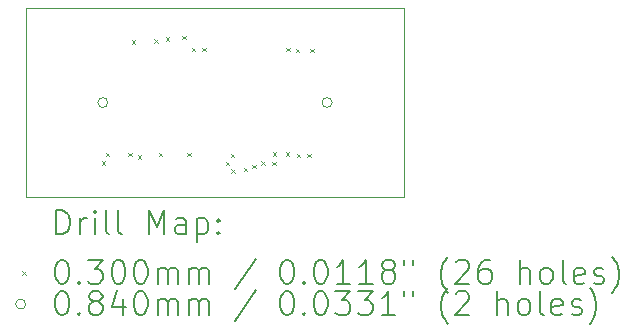
<source format=gbr>
%TF.GenerationSoftware,KiCad,Pcbnew,8.0.2-1*%
%TF.CreationDate,2024-06-17T16:24:41-04:00*%
%TF.ProjectId,InverterBoard,496e7665-7274-4657-9242-6f6172642e6b,rev?*%
%TF.SameCoordinates,Original*%
%TF.FileFunction,Drillmap*%
%TF.FilePolarity,Positive*%
%FSLAX45Y45*%
G04 Gerber Fmt 4.5, Leading zero omitted, Abs format (unit mm)*
G04 Created by KiCad (PCBNEW 8.0.2-1) date 2024-06-17 16:24:41*
%MOMM*%
%LPD*%
G01*
G04 APERTURE LIST*
%ADD10C,0.050000*%
%ADD11C,0.200000*%
%ADD12C,0.100000*%
G04 APERTURE END LIST*
D10*
X11400000Y-6200000D02*
X14600000Y-6200000D01*
X14600000Y-7800000D01*
X11400000Y-7800000D01*
X11400000Y-6200000D01*
D11*
D12*
X12043486Y-7498532D02*
X12073486Y-7528532D01*
X12073486Y-7498532D02*
X12043486Y-7528532D01*
X12075000Y-7425000D02*
X12105000Y-7455000D01*
X12105000Y-7425000D02*
X12075000Y-7455000D01*
X12265000Y-7425000D02*
X12295000Y-7455000D01*
X12295000Y-7425000D02*
X12265000Y-7455000D01*
X12297426Y-6472573D02*
X12327426Y-6502573D01*
X12327426Y-6472573D02*
X12297426Y-6502573D01*
X12345000Y-7445000D02*
X12375000Y-7475000D01*
X12375000Y-7445000D02*
X12345000Y-7475000D01*
X12485711Y-6464289D02*
X12515711Y-6494289D01*
X12515711Y-6464289D02*
X12485711Y-6494289D01*
X12525000Y-7425000D02*
X12555000Y-7455000D01*
X12555000Y-7425000D02*
X12525000Y-7455000D01*
X12585000Y-6445000D02*
X12615000Y-6475000D01*
X12615000Y-6445000D02*
X12585000Y-6475000D01*
X12725000Y-6435000D02*
X12755000Y-6465000D01*
X12755000Y-6435000D02*
X12725000Y-6465000D01*
X12765000Y-7425000D02*
X12795000Y-7455000D01*
X12795000Y-7425000D02*
X12765000Y-7455000D01*
X12805000Y-6535000D02*
X12835000Y-6565000D01*
X12835000Y-6535000D02*
X12805000Y-6565000D01*
X12892247Y-6537394D02*
X12922247Y-6567394D01*
X12922247Y-6537394D02*
X12892247Y-6567394D01*
X13090000Y-7501144D02*
X13120000Y-7531144D01*
X13120000Y-7501144D02*
X13090000Y-7531144D01*
X13135000Y-7435000D02*
X13165000Y-7465000D01*
X13165000Y-7435000D02*
X13135000Y-7465000D01*
X13137522Y-7565500D02*
X13167522Y-7595500D01*
X13167522Y-7565500D02*
X13137522Y-7595500D01*
X13242595Y-7553679D02*
X13272595Y-7583679D01*
X13272595Y-7553679D02*
X13242595Y-7583679D01*
X13317546Y-7525710D02*
X13347546Y-7555710D01*
X13347546Y-7525710D02*
X13317546Y-7555710D01*
X13392076Y-7496635D02*
X13422076Y-7526635D01*
X13422076Y-7496635D02*
X13392076Y-7526635D01*
X13483516Y-7502520D02*
X13513516Y-7532520D01*
X13513516Y-7502520D02*
X13483516Y-7532520D01*
X13487573Y-7422426D02*
X13517573Y-7452426D01*
X13517573Y-7422426D02*
X13487573Y-7452426D01*
X13598332Y-7421668D02*
X13628332Y-7451668D01*
X13628332Y-7421668D02*
X13598332Y-7451668D01*
X13605000Y-6535000D02*
X13635000Y-6565000D01*
X13635000Y-6535000D02*
X13605000Y-6565000D01*
X13685000Y-6545000D02*
X13715000Y-6575000D01*
X13715000Y-6545000D02*
X13685000Y-6575000D01*
X13693476Y-7431960D02*
X13723476Y-7461960D01*
X13723476Y-7431960D02*
X13693476Y-7461960D01*
X13780359Y-7433990D02*
X13810359Y-7463990D01*
X13810359Y-7433990D02*
X13780359Y-7463990D01*
X13805000Y-6545000D02*
X13835000Y-6575000D01*
X13835000Y-6545000D02*
X13805000Y-6575000D01*
X12092500Y-7000000D02*
G75*
G02*
X12008500Y-7000000I-42000J0D01*
G01*
X12008500Y-7000000D02*
G75*
G02*
X12092500Y-7000000I42000J0D01*
G01*
X13991500Y-7000000D02*
G75*
G02*
X13907500Y-7000000I-42000J0D01*
G01*
X13907500Y-7000000D02*
G75*
G02*
X13991500Y-7000000I42000J0D01*
G01*
D11*
X11658277Y-8113984D02*
X11658277Y-7913984D01*
X11658277Y-7913984D02*
X11705896Y-7913984D01*
X11705896Y-7913984D02*
X11734467Y-7923508D01*
X11734467Y-7923508D02*
X11753515Y-7942555D01*
X11753515Y-7942555D02*
X11763039Y-7961603D01*
X11763039Y-7961603D02*
X11772562Y-7999698D01*
X11772562Y-7999698D02*
X11772562Y-8028269D01*
X11772562Y-8028269D02*
X11763039Y-8066365D01*
X11763039Y-8066365D02*
X11753515Y-8085412D01*
X11753515Y-8085412D02*
X11734467Y-8104460D01*
X11734467Y-8104460D02*
X11705896Y-8113984D01*
X11705896Y-8113984D02*
X11658277Y-8113984D01*
X11858277Y-8113984D02*
X11858277Y-7980650D01*
X11858277Y-8018746D02*
X11867801Y-7999698D01*
X11867801Y-7999698D02*
X11877324Y-7990174D01*
X11877324Y-7990174D02*
X11896372Y-7980650D01*
X11896372Y-7980650D02*
X11915420Y-7980650D01*
X11982086Y-8113984D02*
X11982086Y-7980650D01*
X11982086Y-7913984D02*
X11972562Y-7923508D01*
X11972562Y-7923508D02*
X11982086Y-7933031D01*
X11982086Y-7933031D02*
X11991610Y-7923508D01*
X11991610Y-7923508D02*
X11982086Y-7913984D01*
X11982086Y-7913984D02*
X11982086Y-7933031D01*
X12105896Y-8113984D02*
X12086848Y-8104460D01*
X12086848Y-8104460D02*
X12077324Y-8085412D01*
X12077324Y-8085412D02*
X12077324Y-7913984D01*
X12210658Y-8113984D02*
X12191610Y-8104460D01*
X12191610Y-8104460D02*
X12182086Y-8085412D01*
X12182086Y-8085412D02*
X12182086Y-7913984D01*
X12439229Y-8113984D02*
X12439229Y-7913984D01*
X12439229Y-7913984D02*
X12505896Y-8056841D01*
X12505896Y-8056841D02*
X12572562Y-7913984D01*
X12572562Y-7913984D02*
X12572562Y-8113984D01*
X12753515Y-8113984D02*
X12753515Y-8009222D01*
X12753515Y-8009222D02*
X12743991Y-7990174D01*
X12743991Y-7990174D02*
X12724943Y-7980650D01*
X12724943Y-7980650D02*
X12686848Y-7980650D01*
X12686848Y-7980650D02*
X12667801Y-7990174D01*
X12753515Y-8104460D02*
X12734467Y-8113984D01*
X12734467Y-8113984D02*
X12686848Y-8113984D01*
X12686848Y-8113984D02*
X12667801Y-8104460D01*
X12667801Y-8104460D02*
X12658277Y-8085412D01*
X12658277Y-8085412D02*
X12658277Y-8066365D01*
X12658277Y-8066365D02*
X12667801Y-8047317D01*
X12667801Y-8047317D02*
X12686848Y-8037793D01*
X12686848Y-8037793D02*
X12734467Y-8037793D01*
X12734467Y-8037793D02*
X12753515Y-8028269D01*
X12848753Y-7980650D02*
X12848753Y-8180650D01*
X12848753Y-7990174D02*
X12867801Y-7980650D01*
X12867801Y-7980650D02*
X12905896Y-7980650D01*
X12905896Y-7980650D02*
X12924943Y-7990174D01*
X12924943Y-7990174D02*
X12934467Y-7999698D01*
X12934467Y-7999698D02*
X12943991Y-8018746D01*
X12943991Y-8018746D02*
X12943991Y-8075888D01*
X12943991Y-8075888D02*
X12934467Y-8094936D01*
X12934467Y-8094936D02*
X12924943Y-8104460D01*
X12924943Y-8104460D02*
X12905896Y-8113984D01*
X12905896Y-8113984D02*
X12867801Y-8113984D01*
X12867801Y-8113984D02*
X12848753Y-8104460D01*
X13029705Y-8094936D02*
X13039229Y-8104460D01*
X13039229Y-8104460D02*
X13029705Y-8113984D01*
X13029705Y-8113984D02*
X13020182Y-8104460D01*
X13020182Y-8104460D02*
X13029705Y-8094936D01*
X13029705Y-8094936D02*
X13029705Y-8113984D01*
X13029705Y-7990174D02*
X13039229Y-7999698D01*
X13039229Y-7999698D02*
X13029705Y-8009222D01*
X13029705Y-8009222D02*
X13020182Y-7999698D01*
X13020182Y-7999698D02*
X13029705Y-7990174D01*
X13029705Y-7990174D02*
X13029705Y-8009222D01*
D12*
X11367500Y-8427500D02*
X11397500Y-8457500D01*
X11397500Y-8427500D02*
X11367500Y-8457500D01*
D11*
X11696372Y-8333984D02*
X11715420Y-8333984D01*
X11715420Y-8333984D02*
X11734467Y-8343508D01*
X11734467Y-8343508D02*
X11743991Y-8353031D01*
X11743991Y-8353031D02*
X11753515Y-8372079D01*
X11753515Y-8372079D02*
X11763039Y-8410174D01*
X11763039Y-8410174D02*
X11763039Y-8457793D01*
X11763039Y-8457793D02*
X11753515Y-8495889D01*
X11753515Y-8495889D02*
X11743991Y-8514936D01*
X11743991Y-8514936D02*
X11734467Y-8524460D01*
X11734467Y-8524460D02*
X11715420Y-8533984D01*
X11715420Y-8533984D02*
X11696372Y-8533984D01*
X11696372Y-8533984D02*
X11677324Y-8524460D01*
X11677324Y-8524460D02*
X11667801Y-8514936D01*
X11667801Y-8514936D02*
X11658277Y-8495889D01*
X11658277Y-8495889D02*
X11648753Y-8457793D01*
X11648753Y-8457793D02*
X11648753Y-8410174D01*
X11648753Y-8410174D02*
X11658277Y-8372079D01*
X11658277Y-8372079D02*
X11667801Y-8353031D01*
X11667801Y-8353031D02*
X11677324Y-8343508D01*
X11677324Y-8343508D02*
X11696372Y-8333984D01*
X11848753Y-8514936D02*
X11858277Y-8524460D01*
X11858277Y-8524460D02*
X11848753Y-8533984D01*
X11848753Y-8533984D02*
X11839229Y-8524460D01*
X11839229Y-8524460D02*
X11848753Y-8514936D01*
X11848753Y-8514936D02*
X11848753Y-8533984D01*
X11924943Y-8333984D02*
X12048753Y-8333984D01*
X12048753Y-8333984D02*
X11982086Y-8410174D01*
X11982086Y-8410174D02*
X12010658Y-8410174D01*
X12010658Y-8410174D02*
X12029705Y-8419698D01*
X12029705Y-8419698D02*
X12039229Y-8429222D01*
X12039229Y-8429222D02*
X12048753Y-8448270D01*
X12048753Y-8448270D02*
X12048753Y-8495889D01*
X12048753Y-8495889D02*
X12039229Y-8514936D01*
X12039229Y-8514936D02*
X12029705Y-8524460D01*
X12029705Y-8524460D02*
X12010658Y-8533984D01*
X12010658Y-8533984D02*
X11953515Y-8533984D01*
X11953515Y-8533984D02*
X11934467Y-8524460D01*
X11934467Y-8524460D02*
X11924943Y-8514936D01*
X12172562Y-8333984D02*
X12191610Y-8333984D01*
X12191610Y-8333984D02*
X12210658Y-8343508D01*
X12210658Y-8343508D02*
X12220182Y-8353031D01*
X12220182Y-8353031D02*
X12229705Y-8372079D01*
X12229705Y-8372079D02*
X12239229Y-8410174D01*
X12239229Y-8410174D02*
X12239229Y-8457793D01*
X12239229Y-8457793D02*
X12229705Y-8495889D01*
X12229705Y-8495889D02*
X12220182Y-8514936D01*
X12220182Y-8514936D02*
X12210658Y-8524460D01*
X12210658Y-8524460D02*
X12191610Y-8533984D01*
X12191610Y-8533984D02*
X12172562Y-8533984D01*
X12172562Y-8533984D02*
X12153515Y-8524460D01*
X12153515Y-8524460D02*
X12143991Y-8514936D01*
X12143991Y-8514936D02*
X12134467Y-8495889D01*
X12134467Y-8495889D02*
X12124943Y-8457793D01*
X12124943Y-8457793D02*
X12124943Y-8410174D01*
X12124943Y-8410174D02*
X12134467Y-8372079D01*
X12134467Y-8372079D02*
X12143991Y-8353031D01*
X12143991Y-8353031D02*
X12153515Y-8343508D01*
X12153515Y-8343508D02*
X12172562Y-8333984D01*
X12363039Y-8333984D02*
X12382086Y-8333984D01*
X12382086Y-8333984D02*
X12401134Y-8343508D01*
X12401134Y-8343508D02*
X12410658Y-8353031D01*
X12410658Y-8353031D02*
X12420182Y-8372079D01*
X12420182Y-8372079D02*
X12429705Y-8410174D01*
X12429705Y-8410174D02*
X12429705Y-8457793D01*
X12429705Y-8457793D02*
X12420182Y-8495889D01*
X12420182Y-8495889D02*
X12410658Y-8514936D01*
X12410658Y-8514936D02*
X12401134Y-8524460D01*
X12401134Y-8524460D02*
X12382086Y-8533984D01*
X12382086Y-8533984D02*
X12363039Y-8533984D01*
X12363039Y-8533984D02*
X12343991Y-8524460D01*
X12343991Y-8524460D02*
X12334467Y-8514936D01*
X12334467Y-8514936D02*
X12324943Y-8495889D01*
X12324943Y-8495889D02*
X12315420Y-8457793D01*
X12315420Y-8457793D02*
X12315420Y-8410174D01*
X12315420Y-8410174D02*
X12324943Y-8372079D01*
X12324943Y-8372079D02*
X12334467Y-8353031D01*
X12334467Y-8353031D02*
X12343991Y-8343508D01*
X12343991Y-8343508D02*
X12363039Y-8333984D01*
X12515420Y-8533984D02*
X12515420Y-8400650D01*
X12515420Y-8419698D02*
X12524943Y-8410174D01*
X12524943Y-8410174D02*
X12543991Y-8400650D01*
X12543991Y-8400650D02*
X12572563Y-8400650D01*
X12572563Y-8400650D02*
X12591610Y-8410174D01*
X12591610Y-8410174D02*
X12601134Y-8429222D01*
X12601134Y-8429222D02*
X12601134Y-8533984D01*
X12601134Y-8429222D02*
X12610658Y-8410174D01*
X12610658Y-8410174D02*
X12629705Y-8400650D01*
X12629705Y-8400650D02*
X12658277Y-8400650D01*
X12658277Y-8400650D02*
X12677324Y-8410174D01*
X12677324Y-8410174D02*
X12686848Y-8429222D01*
X12686848Y-8429222D02*
X12686848Y-8533984D01*
X12782086Y-8533984D02*
X12782086Y-8400650D01*
X12782086Y-8419698D02*
X12791610Y-8410174D01*
X12791610Y-8410174D02*
X12810658Y-8400650D01*
X12810658Y-8400650D02*
X12839229Y-8400650D01*
X12839229Y-8400650D02*
X12858277Y-8410174D01*
X12858277Y-8410174D02*
X12867801Y-8429222D01*
X12867801Y-8429222D02*
X12867801Y-8533984D01*
X12867801Y-8429222D02*
X12877324Y-8410174D01*
X12877324Y-8410174D02*
X12896372Y-8400650D01*
X12896372Y-8400650D02*
X12924943Y-8400650D01*
X12924943Y-8400650D02*
X12943991Y-8410174D01*
X12943991Y-8410174D02*
X12953515Y-8429222D01*
X12953515Y-8429222D02*
X12953515Y-8533984D01*
X13343991Y-8324460D02*
X13172563Y-8581603D01*
X13601134Y-8333984D02*
X13620182Y-8333984D01*
X13620182Y-8333984D02*
X13639229Y-8343508D01*
X13639229Y-8343508D02*
X13648753Y-8353031D01*
X13648753Y-8353031D02*
X13658277Y-8372079D01*
X13658277Y-8372079D02*
X13667801Y-8410174D01*
X13667801Y-8410174D02*
X13667801Y-8457793D01*
X13667801Y-8457793D02*
X13658277Y-8495889D01*
X13658277Y-8495889D02*
X13648753Y-8514936D01*
X13648753Y-8514936D02*
X13639229Y-8524460D01*
X13639229Y-8524460D02*
X13620182Y-8533984D01*
X13620182Y-8533984D02*
X13601134Y-8533984D01*
X13601134Y-8533984D02*
X13582086Y-8524460D01*
X13582086Y-8524460D02*
X13572563Y-8514936D01*
X13572563Y-8514936D02*
X13563039Y-8495889D01*
X13563039Y-8495889D02*
X13553515Y-8457793D01*
X13553515Y-8457793D02*
X13553515Y-8410174D01*
X13553515Y-8410174D02*
X13563039Y-8372079D01*
X13563039Y-8372079D02*
X13572563Y-8353031D01*
X13572563Y-8353031D02*
X13582086Y-8343508D01*
X13582086Y-8343508D02*
X13601134Y-8333984D01*
X13753515Y-8514936D02*
X13763039Y-8524460D01*
X13763039Y-8524460D02*
X13753515Y-8533984D01*
X13753515Y-8533984D02*
X13743991Y-8524460D01*
X13743991Y-8524460D02*
X13753515Y-8514936D01*
X13753515Y-8514936D02*
X13753515Y-8533984D01*
X13886848Y-8333984D02*
X13905896Y-8333984D01*
X13905896Y-8333984D02*
X13924944Y-8343508D01*
X13924944Y-8343508D02*
X13934467Y-8353031D01*
X13934467Y-8353031D02*
X13943991Y-8372079D01*
X13943991Y-8372079D02*
X13953515Y-8410174D01*
X13953515Y-8410174D02*
X13953515Y-8457793D01*
X13953515Y-8457793D02*
X13943991Y-8495889D01*
X13943991Y-8495889D02*
X13934467Y-8514936D01*
X13934467Y-8514936D02*
X13924944Y-8524460D01*
X13924944Y-8524460D02*
X13905896Y-8533984D01*
X13905896Y-8533984D02*
X13886848Y-8533984D01*
X13886848Y-8533984D02*
X13867801Y-8524460D01*
X13867801Y-8524460D02*
X13858277Y-8514936D01*
X13858277Y-8514936D02*
X13848753Y-8495889D01*
X13848753Y-8495889D02*
X13839229Y-8457793D01*
X13839229Y-8457793D02*
X13839229Y-8410174D01*
X13839229Y-8410174D02*
X13848753Y-8372079D01*
X13848753Y-8372079D02*
X13858277Y-8353031D01*
X13858277Y-8353031D02*
X13867801Y-8343508D01*
X13867801Y-8343508D02*
X13886848Y-8333984D01*
X14143991Y-8533984D02*
X14029706Y-8533984D01*
X14086848Y-8533984D02*
X14086848Y-8333984D01*
X14086848Y-8333984D02*
X14067801Y-8362555D01*
X14067801Y-8362555D02*
X14048753Y-8381603D01*
X14048753Y-8381603D02*
X14029706Y-8391127D01*
X14334467Y-8533984D02*
X14220182Y-8533984D01*
X14277325Y-8533984D02*
X14277325Y-8333984D01*
X14277325Y-8333984D02*
X14258277Y-8362555D01*
X14258277Y-8362555D02*
X14239229Y-8381603D01*
X14239229Y-8381603D02*
X14220182Y-8391127D01*
X14448753Y-8419698D02*
X14429706Y-8410174D01*
X14429706Y-8410174D02*
X14420182Y-8400650D01*
X14420182Y-8400650D02*
X14410658Y-8381603D01*
X14410658Y-8381603D02*
X14410658Y-8372079D01*
X14410658Y-8372079D02*
X14420182Y-8353031D01*
X14420182Y-8353031D02*
X14429706Y-8343508D01*
X14429706Y-8343508D02*
X14448753Y-8333984D01*
X14448753Y-8333984D02*
X14486848Y-8333984D01*
X14486848Y-8333984D02*
X14505896Y-8343508D01*
X14505896Y-8343508D02*
X14515420Y-8353031D01*
X14515420Y-8353031D02*
X14524944Y-8372079D01*
X14524944Y-8372079D02*
X14524944Y-8381603D01*
X14524944Y-8381603D02*
X14515420Y-8400650D01*
X14515420Y-8400650D02*
X14505896Y-8410174D01*
X14505896Y-8410174D02*
X14486848Y-8419698D01*
X14486848Y-8419698D02*
X14448753Y-8419698D01*
X14448753Y-8419698D02*
X14429706Y-8429222D01*
X14429706Y-8429222D02*
X14420182Y-8438746D01*
X14420182Y-8438746D02*
X14410658Y-8457793D01*
X14410658Y-8457793D02*
X14410658Y-8495889D01*
X14410658Y-8495889D02*
X14420182Y-8514936D01*
X14420182Y-8514936D02*
X14429706Y-8524460D01*
X14429706Y-8524460D02*
X14448753Y-8533984D01*
X14448753Y-8533984D02*
X14486848Y-8533984D01*
X14486848Y-8533984D02*
X14505896Y-8524460D01*
X14505896Y-8524460D02*
X14515420Y-8514936D01*
X14515420Y-8514936D02*
X14524944Y-8495889D01*
X14524944Y-8495889D02*
X14524944Y-8457793D01*
X14524944Y-8457793D02*
X14515420Y-8438746D01*
X14515420Y-8438746D02*
X14505896Y-8429222D01*
X14505896Y-8429222D02*
X14486848Y-8419698D01*
X14601134Y-8333984D02*
X14601134Y-8372079D01*
X14677325Y-8333984D02*
X14677325Y-8372079D01*
X14972563Y-8610174D02*
X14963039Y-8600650D01*
X14963039Y-8600650D02*
X14943991Y-8572079D01*
X14943991Y-8572079D02*
X14934468Y-8553031D01*
X14934468Y-8553031D02*
X14924944Y-8524460D01*
X14924944Y-8524460D02*
X14915420Y-8476841D01*
X14915420Y-8476841D02*
X14915420Y-8438746D01*
X14915420Y-8438746D02*
X14924944Y-8391127D01*
X14924944Y-8391127D02*
X14934468Y-8362555D01*
X14934468Y-8362555D02*
X14943991Y-8343508D01*
X14943991Y-8343508D02*
X14963039Y-8314936D01*
X14963039Y-8314936D02*
X14972563Y-8305412D01*
X15039229Y-8353031D02*
X15048753Y-8343508D01*
X15048753Y-8343508D02*
X15067801Y-8333984D01*
X15067801Y-8333984D02*
X15115420Y-8333984D01*
X15115420Y-8333984D02*
X15134468Y-8343508D01*
X15134468Y-8343508D02*
X15143991Y-8353031D01*
X15143991Y-8353031D02*
X15153515Y-8372079D01*
X15153515Y-8372079D02*
X15153515Y-8391127D01*
X15153515Y-8391127D02*
X15143991Y-8419698D01*
X15143991Y-8419698D02*
X15029706Y-8533984D01*
X15029706Y-8533984D02*
X15153515Y-8533984D01*
X15324944Y-8333984D02*
X15286848Y-8333984D01*
X15286848Y-8333984D02*
X15267801Y-8343508D01*
X15267801Y-8343508D02*
X15258277Y-8353031D01*
X15258277Y-8353031D02*
X15239229Y-8381603D01*
X15239229Y-8381603D02*
X15229706Y-8419698D01*
X15229706Y-8419698D02*
X15229706Y-8495889D01*
X15229706Y-8495889D02*
X15239229Y-8514936D01*
X15239229Y-8514936D02*
X15248753Y-8524460D01*
X15248753Y-8524460D02*
X15267801Y-8533984D01*
X15267801Y-8533984D02*
X15305896Y-8533984D01*
X15305896Y-8533984D02*
X15324944Y-8524460D01*
X15324944Y-8524460D02*
X15334468Y-8514936D01*
X15334468Y-8514936D02*
X15343991Y-8495889D01*
X15343991Y-8495889D02*
X15343991Y-8448270D01*
X15343991Y-8448270D02*
X15334468Y-8429222D01*
X15334468Y-8429222D02*
X15324944Y-8419698D01*
X15324944Y-8419698D02*
X15305896Y-8410174D01*
X15305896Y-8410174D02*
X15267801Y-8410174D01*
X15267801Y-8410174D02*
X15248753Y-8419698D01*
X15248753Y-8419698D02*
X15239229Y-8429222D01*
X15239229Y-8429222D02*
X15229706Y-8448270D01*
X15582087Y-8533984D02*
X15582087Y-8333984D01*
X15667801Y-8533984D02*
X15667801Y-8429222D01*
X15667801Y-8429222D02*
X15658277Y-8410174D01*
X15658277Y-8410174D02*
X15639230Y-8400650D01*
X15639230Y-8400650D02*
X15610658Y-8400650D01*
X15610658Y-8400650D02*
X15591610Y-8410174D01*
X15591610Y-8410174D02*
X15582087Y-8419698D01*
X15791610Y-8533984D02*
X15772563Y-8524460D01*
X15772563Y-8524460D02*
X15763039Y-8514936D01*
X15763039Y-8514936D02*
X15753515Y-8495889D01*
X15753515Y-8495889D02*
X15753515Y-8438746D01*
X15753515Y-8438746D02*
X15763039Y-8419698D01*
X15763039Y-8419698D02*
X15772563Y-8410174D01*
X15772563Y-8410174D02*
X15791610Y-8400650D01*
X15791610Y-8400650D02*
X15820182Y-8400650D01*
X15820182Y-8400650D02*
X15839230Y-8410174D01*
X15839230Y-8410174D02*
X15848753Y-8419698D01*
X15848753Y-8419698D02*
X15858277Y-8438746D01*
X15858277Y-8438746D02*
X15858277Y-8495889D01*
X15858277Y-8495889D02*
X15848753Y-8514936D01*
X15848753Y-8514936D02*
X15839230Y-8524460D01*
X15839230Y-8524460D02*
X15820182Y-8533984D01*
X15820182Y-8533984D02*
X15791610Y-8533984D01*
X15972563Y-8533984D02*
X15953515Y-8524460D01*
X15953515Y-8524460D02*
X15943991Y-8505412D01*
X15943991Y-8505412D02*
X15943991Y-8333984D01*
X16124944Y-8524460D02*
X16105896Y-8533984D01*
X16105896Y-8533984D02*
X16067801Y-8533984D01*
X16067801Y-8533984D02*
X16048753Y-8524460D01*
X16048753Y-8524460D02*
X16039230Y-8505412D01*
X16039230Y-8505412D02*
X16039230Y-8429222D01*
X16039230Y-8429222D02*
X16048753Y-8410174D01*
X16048753Y-8410174D02*
X16067801Y-8400650D01*
X16067801Y-8400650D02*
X16105896Y-8400650D01*
X16105896Y-8400650D02*
X16124944Y-8410174D01*
X16124944Y-8410174D02*
X16134468Y-8429222D01*
X16134468Y-8429222D02*
X16134468Y-8448270D01*
X16134468Y-8448270D02*
X16039230Y-8467317D01*
X16210658Y-8524460D02*
X16229706Y-8533984D01*
X16229706Y-8533984D02*
X16267801Y-8533984D01*
X16267801Y-8533984D02*
X16286849Y-8524460D01*
X16286849Y-8524460D02*
X16296372Y-8505412D01*
X16296372Y-8505412D02*
X16296372Y-8495889D01*
X16296372Y-8495889D02*
X16286849Y-8476841D01*
X16286849Y-8476841D02*
X16267801Y-8467317D01*
X16267801Y-8467317D02*
X16239230Y-8467317D01*
X16239230Y-8467317D02*
X16220182Y-8457793D01*
X16220182Y-8457793D02*
X16210658Y-8438746D01*
X16210658Y-8438746D02*
X16210658Y-8429222D01*
X16210658Y-8429222D02*
X16220182Y-8410174D01*
X16220182Y-8410174D02*
X16239230Y-8400650D01*
X16239230Y-8400650D02*
X16267801Y-8400650D01*
X16267801Y-8400650D02*
X16286849Y-8410174D01*
X16363039Y-8610174D02*
X16372563Y-8600650D01*
X16372563Y-8600650D02*
X16391611Y-8572079D01*
X16391611Y-8572079D02*
X16401134Y-8553031D01*
X16401134Y-8553031D02*
X16410658Y-8524460D01*
X16410658Y-8524460D02*
X16420182Y-8476841D01*
X16420182Y-8476841D02*
X16420182Y-8438746D01*
X16420182Y-8438746D02*
X16410658Y-8391127D01*
X16410658Y-8391127D02*
X16401134Y-8362555D01*
X16401134Y-8362555D02*
X16391611Y-8343508D01*
X16391611Y-8343508D02*
X16372563Y-8314936D01*
X16372563Y-8314936D02*
X16363039Y-8305412D01*
D12*
X11397500Y-8706500D02*
G75*
G02*
X11313500Y-8706500I-42000J0D01*
G01*
X11313500Y-8706500D02*
G75*
G02*
X11397500Y-8706500I42000J0D01*
G01*
D11*
X11696372Y-8597984D02*
X11715420Y-8597984D01*
X11715420Y-8597984D02*
X11734467Y-8607508D01*
X11734467Y-8607508D02*
X11743991Y-8617031D01*
X11743991Y-8617031D02*
X11753515Y-8636079D01*
X11753515Y-8636079D02*
X11763039Y-8674174D01*
X11763039Y-8674174D02*
X11763039Y-8721793D01*
X11763039Y-8721793D02*
X11753515Y-8759889D01*
X11753515Y-8759889D02*
X11743991Y-8778936D01*
X11743991Y-8778936D02*
X11734467Y-8788460D01*
X11734467Y-8788460D02*
X11715420Y-8797984D01*
X11715420Y-8797984D02*
X11696372Y-8797984D01*
X11696372Y-8797984D02*
X11677324Y-8788460D01*
X11677324Y-8788460D02*
X11667801Y-8778936D01*
X11667801Y-8778936D02*
X11658277Y-8759889D01*
X11658277Y-8759889D02*
X11648753Y-8721793D01*
X11648753Y-8721793D02*
X11648753Y-8674174D01*
X11648753Y-8674174D02*
X11658277Y-8636079D01*
X11658277Y-8636079D02*
X11667801Y-8617031D01*
X11667801Y-8617031D02*
X11677324Y-8607508D01*
X11677324Y-8607508D02*
X11696372Y-8597984D01*
X11848753Y-8778936D02*
X11858277Y-8788460D01*
X11858277Y-8788460D02*
X11848753Y-8797984D01*
X11848753Y-8797984D02*
X11839229Y-8788460D01*
X11839229Y-8788460D02*
X11848753Y-8778936D01*
X11848753Y-8778936D02*
X11848753Y-8797984D01*
X11972562Y-8683698D02*
X11953515Y-8674174D01*
X11953515Y-8674174D02*
X11943991Y-8664650D01*
X11943991Y-8664650D02*
X11934467Y-8645603D01*
X11934467Y-8645603D02*
X11934467Y-8636079D01*
X11934467Y-8636079D02*
X11943991Y-8617031D01*
X11943991Y-8617031D02*
X11953515Y-8607508D01*
X11953515Y-8607508D02*
X11972562Y-8597984D01*
X11972562Y-8597984D02*
X12010658Y-8597984D01*
X12010658Y-8597984D02*
X12029705Y-8607508D01*
X12029705Y-8607508D02*
X12039229Y-8617031D01*
X12039229Y-8617031D02*
X12048753Y-8636079D01*
X12048753Y-8636079D02*
X12048753Y-8645603D01*
X12048753Y-8645603D02*
X12039229Y-8664650D01*
X12039229Y-8664650D02*
X12029705Y-8674174D01*
X12029705Y-8674174D02*
X12010658Y-8683698D01*
X12010658Y-8683698D02*
X11972562Y-8683698D01*
X11972562Y-8683698D02*
X11953515Y-8693222D01*
X11953515Y-8693222D02*
X11943991Y-8702746D01*
X11943991Y-8702746D02*
X11934467Y-8721793D01*
X11934467Y-8721793D02*
X11934467Y-8759889D01*
X11934467Y-8759889D02*
X11943991Y-8778936D01*
X11943991Y-8778936D02*
X11953515Y-8788460D01*
X11953515Y-8788460D02*
X11972562Y-8797984D01*
X11972562Y-8797984D02*
X12010658Y-8797984D01*
X12010658Y-8797984D02*
X12029705Y-8788460D01*
X12029705Y-8788460D02*
X12039229Y-8778936D01*
X12039229Y-8778936D02*
X12048753Y-8759889D01*
X12048753Y-8759889D02*
X12048753Y-8721793D01*
X12048753Y-8721793D02*
X12039229Y-8702746D01*
X12039229Y-8702746D02*
X12029705Y-8693222D01*
X12029705Y-8693222D02*
X12010658Y-8683698D01*
X12220182Y-8664650D02*
X12220182Y-8797984D01*
X12172562Y-8588460D02*
X12124943Y-8731317D01*
X12124943Y-8731317D02*
X12248753Y-8731317D01*
X12363039Y-8597984D02*
X12382086Y-8597984D01*
X12382086Y-8597984D02*
X12401134Y-8607508D01*
X12401134Y-8607508D02*
X12410658Y-8617031D01*
X12410658Y-8617031D02*
X12420182Y-8636079D01*
X12420182Y-8636079D02*
X12429705Y-8674174D01*
X12429705Y-8674174D02*
X12429705Y-8721793D01*
X12429705Y-8721793D02*
X12420182Y-8759889D01*
X12420182Y-8759889D02*
X12410658Y-8778936D01*
X12410658Y-8778936D02*
X12401134Y-8788460D01*
X12401134Y-8788460D02*
X12382086Y-8797984D01*
X12382086Y-8797984D02*
X12363039Y-8797984D01*
X12363039Y-8797984D02*
X12343991Y-8788460D01*
X12343991Y-8788460D02*
X12334467Y-8778936D01*
X12334467Y-8778936D02*
X12324943Y-8759889D01*
X12324943Y-8759889D02*
X12315420Y-8721793D01*
X12315420Y-8721793D02*
X12315420Y-8674174D01*
X12315420Y-8674174D02*
X12324943Y-8636079D01*
X12324943Y-8636079D02*
X12334467Y-8617031D01*
X12334467Y-8617031D02*
X12343991Y-8607508D01*
X12343991Y-8607508D02*
X12363039Y-8597984D01*
X12515420Y-8797984D02*
X12515420Y-8664650D01*
X12515420Y-8683698D02*
X12524943Y-8674174D01*
X12524943Y-8674174D02*
X12543991Y-8664650D01*
X12543991Y-8664650D02*
X12572563Y-8664650D01*
X12572563Y-8664650D02*
X12591610Y-8674174D01*
X12591610Y-8674174D02*
X12601134Y-8693222D01*
X12601134Y-8693222D02*
X12601134Y-8797984D01*
X12601134Y-8693222D02*
X12610658Y-8674174D01*
X12610658Y-8674174D02*
X12629705Y-8664650D01*
X12629705Y-8664650D02*
X12658277Y-8664650D01*
X12658277Y-8664650D02*
X12677324Y-8674174D01*
X12677324Y-8674174D02*
X12686848Y-8693222D01*
X12686848Y-8693222D02*
X12686848Y-8797984D01*
X12782086Y-8797984D02*
X12782086Y-8664650D01*
X12782086Y-8683698D02*
X12791610Y-8674174D01*
X12791610Y-8674174D02*
X12810658Y-8664650D01*
X12810658Y-8664650D02*
X12839229Y-8664650D01*
X12839229Y-8664650D02*
X12858277Y-8674174D01*
X12858277Y-8674174D02*
X12867801Y-8693222D01*
X12867801Y-8693222D02*
X12867801Y-8797984D01*
X12867801Y-8693222D02*
X12877324Y-8674174D01*
X12877324Y-8674174D02*
X12896372Y-8664650D01*
X12896372Y-8664650D02*
X12924943Y-8664650D01*
X12924943Y-8664650D02*
X12943991Y-8674174D01*
X12943991Y-8674174D02*
X12953515Y-8693222D01*
X12953515Y-8693222D02*
X12953515Y-8797984D01*
X13343991Y-8588460D02*
X13172563Y-8845603D01*
X13601134Y-8597984D02*
X13620182Y-8597984D01*
X13620182Y-8597984D02*
X13639229Y-8607508D01*
X13639229Y-8607508D02*
X13648753Y-8617031D01*
X13648753Y-8617031D02*
X13658277Y-8636079D01*
X13658277Y-8636079D02*
X13667801Y-8674174D01*
X13667801Y-8674174D02*
X13667801Y-8721793D01*
X13667801Y-8721793D02*
X13658277Y-8759889D01*
X13658277Y-8759889D02*
X13648753Y-8778936D01*
X13648753Y-8778936D02*
X13639229Y-8788460D01*
X13639229Y-8788460D02*
X13620182Y-8797984D01*
X13620182Y-8797984D02*
X13601134Y-8797984D01*
X13601134Y-8797984D02*
X13582086Y-8788460D01*
X13582086Y-8788460D02*
X13572563Y-8778936D01*
X13572563Y-8778936D02*
X13563039Y-8759889D01*
X13563039Y-8759889D02*
X13553515Y-8721793D01*
X13553515Y-8721793D02*
X13553515Y-8674174D01*
X13553515Y-8674174D02*
X13563039Y-8636079D01*
X13563039Y-8636079D02*
X13572563Y-8617031D01*
X13572563Y-8617031D02*
X13582086Y-8607508D01*
X13582086Y-8607508D02*
X13601134Y-8597984D01*
X13753515Y-8778936D02*
X13763039Y-8788460D01*
X13763039Y-8788460D02*
X13753515Y-8797984D01*
X13753515Y-8797984D02*
X13743991Y-8788460D01*
X13743991Y-8788460D02*
X13753515Y-8778936D01*
X13753515Y-8778936D02*
X13753515Y-8797984D01*
X13886848Y-8597984D02*
X13905896Y-8597984D01*
X13905896Y-8597984D02*
X13924944Y-8607508D01*
X13924944Y-8607508D02*
X13934467Y-8617031D01*
X13934467Y-8617031D02*
X13943991Y-8636079D01*
X13943991Y-8636079D02*
X13953515Y-8674174D01*
X13953515Y-8674174D02*
X13953515Y-8721793D01*
X13953515Y-8721793D02*
X13943991Y-8759889D01*
X13943991Y-8759889D02*
X13934467Y-8778936D01*
X13934467Y-8778936D02*
X13924944Y-8788460D01*
X13924944Y-8788460D02*
X13905896Y-8797984D01*
X13905896Y-8797984D02*
X13886848Y-8797984D01*
X13886848Y-8797984D02*
X13867801Y-8788460D01*
X13867801Y-8788460D02*
X13858277Y-8778936D01*
X13858277Y-8778936D02*
X13848753Y-8759889D01*
X13848753Y-8759889D02*
X13839229Y-8721793D01*
X13839229Y-8721793D02*
X13839229Y-8674174D01*
X13839229Y-8674174D02*
X13848753Y-8636079D01*
X13848753Y-8636079D02*
X13858277Y-8617031D01*
X13858277Y-8617031D02*
X13867801Y-8607508D01*
X13867801Y-8607508D02*
X13886848Y-8597984D01*
X14020182Y-8597984D02*
X14143991Y-8597984D01*
X14143991Y-8597984D02*
X14077325Y-8674174D01*
X14077325Y-8674174D02*
X14105896Y-8674174D01*
X14105896Y-8674174D02*
X14124944Y-8683698D01*
X14124944Y-8683698D02*
X14134467Y-8693222D01*
X14134467Y-8693222D02*
X14143991Y-8712270D01*
X14143991Y-8712270D02*
X14143991Y-8759889D01*
X14143991Y-8759889D02*
X14134467Y-8778936D01*
X14134467Y-8778936D02*
X14124944Y-8788460D01*
X14124944Y-8788460D02*
X14105896Y-8797984D01*
X14105896Y-8797984D02*
X14048753Y-8797984D01*
X14048753Y-8797984D02*
X14029706Y-8788460D01*
X14029706Y-8788460D02*
X14020182Y-8778936D01*
X14210658Y-8597984D02*
X14334467Y-8597984D01*
X14334467Y-8597984D02*
X14267801Y-8674174D01*
X14267801Y-8674174D02*
X14296372Y-8674174D01*
X14296372Y-8674174D02*
X14315420Y-8683698D01*
X14315420Y-8683698D02*
X14324944Y-8693222D01*
X14324944Y-8693222D02*
X14334467Y-8712270D01*
X14334467Y-8712270D02*
X14334467Y-8759889D01*
X14334467Y-8759889D02*
X14324944Y-8778936D01*
X14324944Y-8778936D02*
X14315420Y-8788460D01*
X14315420Y-8788460D02*
X14296372Y-8797984D01*
X14296372Y-8797984D02*
X14239229Y-8797984D01*
X14239229Y-8797984D02*
X14220182Y-8788460D01*
X14220182Y-8788460D02*
X14210658Y-8778936D01*
X14524944Y-8797984D02*
X14410658Y-8797984D01*
X14467801Y-8797984D02*
X14467801Y-8597984D01*
X14467801Y-8597984D02*
X14448753Y-8626555D01*
X14448753Y-8626555D02*
X14429706Y-8645603D01*
X14429706Y-8645603D02*
X14410658Y-8655127D01*
X14601134Y-8597984D02*
X14601134Y-8636079D01*
X14677325Y-8597984D02*
X14677325Y-8636079D01*
X14972563Y-8874174D02*
X14963039Y-8864650D01*
X14963039Y-8864650D02*
X14943991Y-8836079D01*
X14943991Y-8836079D02*
X14934468Y-8817031D01*
X14934468Y-8817031D02*
X14924944Y-8788460D01*
X14924944Y-8788460D02*
X14915420Y-8740841D01*
X14915420Y-8740841D02*
X14915420Y-8702746D01*
X14915420Y-8702746D02*
X14924944Y-8655127D01*
X14924944Y-8655127D02*
X14934468Y-8626555D01*
X14934468Y-8626555D02*
X14943991Y-8607508D01*
X14943991Y-8607508D02*
X14963039Y-8578936D01*
X14963039Y-8578936D02*
X14972563Y-8569412D01*
X15039229Y-8617031D02*
X15048753Y-8607508D01*
X15048753Y-8607508D02*
X15067801Y-8597984D01*
X15067801Y-8597984D02*
X15115420Y-8597984D01*
X15115420Y-8597984D02*
X15134468Y-8607508D01*
X15134468Y-8607508D02*
X15143991Y-8617031D01*
X15143991Y-8617031D02*
X15153515Y-8636079D01*
X15153515Y-8636079D02*
X15153515Y-8655127D01*
X15153515Y-8655127D02*
X15143991Y-8683698D01*
X15143991Y-8683698D02*
X15029706Y-8797984D01*
X15029706Y-8797984D02*
X15153515Y-8797984D01*
X15391610Y-8797984D02*
X15391610Y-8597984D01*
X15477325Y-8797984D02*
X15477325Y-8693222D01*
X15477325Y-8693222D02*
X15467801Y-8674174D01*
X15467801Y-8674174D02*
X15448753Y-8664650D01*
X15448753Y-8664650D02*
X15420182Y-8664650D01*
X15420182Y-8664650D02*
X15401134Y-8674174D01*
X15401134Y-8674174D02*
X15391610Y-8683698D01*
X15601134Y-8797984D02*
X15582087Y-8788460D01*
X15582087Y-8788460D02*
X15572563Y-8778936D01*
X15572563Y-8778936D02*
X15563039Y-8759889D01*
X15563039Y-8759889D02*
X15563039Y-8702746D01*
X15563039Y-8702746D02*
X15572563Y-8683698D01*
X15572563Y-8683698D02*
X15582087Y-8674174D01*
X15582087Y-8674174D02*
X15601134Y-8664650D01*
X15601134Y-8664650D02*
X15629706Y-8664650D01*
X15629706Y-8664650D02*
X15648753Y-8674174D01*
X15648753Y-8674174D02*
X15658277Y-8683698D01*
X15658277Y-8683698D02*
X15667801Y-8702746D01*
X15667801Y-8702746D02*
X15667801Y-8759889D01*
X15667801Y-8759889D02*
X15658277Y-8778936D01*
X15658277Y-8778936D02*
X15648753Y-8788460D01*
X15648753Y-8788460D02*
X15629706Y-8797984D01*
X15629706Y-8797984D02*
X15601134Y-8797984D01*
X15782087Y-8797984D02*
X15763039Y-8788460D01*
X15763039Y-8788460D02*
X15753515Y-8769412D01*
X15753515Y-8769412D02*
X15753515Y-8597984D01*
X15934468Y-8788460D02*
X15915420Y-8797984D01*
X15915420Y-8797984D02*
X15877325Y-8797984D01*
X15877325Y-8797984D02*
X15858277Y-8788460D01*
X15858277Y-8788460D02*
X15848753Y-8769412D01*
X15848753Y-8769412D02*
X15848753Y-8693222D01*
X15848753Y-8693222D02*
X15858277Y-8674174D01*
X15858277Y-8674174D02*
X15877325Y-8664650D01*
X15877325Y-8664650D02*
X15915420Y-8664650D01*
X15915420Y-8664650D02*
X15934468Y-8674174D01*
X15934468Y-8674174D02*
X15943991Y-8693222D01*
X15943991Y-8693222D02*
X15943991Y-8712270D01*
X15943991Y-8712270D02*
X15848753Y-8731317D01*
X16020182Y-8788460D02*
X16039230Y-8797984D01*
X16039230Y-8797984D02*
X16077325Y-8797984D01*
X16077325Y-8797984D02*
X16096372Y-8788460D01*
X16096372Y-8788460D02*
X16105896Y-8769412D01*
X16105896Y-8769412D02*
X16105896Y-8759889D01*
X16105896Y-8759889D02*
X16096372Y-8740841D01*
X16096372Y-8740841D02*
X16077325Y-8731317D01*
X16077325Y-8731317D02*
X16048753Y-8731317D01*
X16048753Y-8731317D02*
X16029706Y-8721793D01*
X16029706Y-8721793D02*
X16020182Y-8702746D01*
X16020182Y-8702746D02*
X16020182Y-8693222D01*
X16020182Y-8693222D02*
X16029706Y-8674174D01*
X16029706Y-8674174D02*
X16048753Y-8664650D01*
X16048753Y-8664650D02*
X16077325Y-8664650D01*
X16077325Y-8664650D02*
X16096372Y-8674174D01*
X16172563Y-8874174D02*
X16182087Y-8864650D01*
X16182087Y-8864650D02*
X16201134Y-8836079D01*
X16201134Y-8836079D02*
X16210658Y-8817031D01*
X16210658Y-8817031D02*
X16220182Y-8788460D01*
X16220182Y-8788460D02*
X16229706Y-8740841D01*
X16229706Y-8740841D02*
X16229706Y-8702746D01*
X16229706Y-8702746D02*
X16220182Y-8655127D01*
X16220182Y-8655127D02*
X16210658Y-8626555D01*
X16210658Y-8626555D02*
X16201134Y-8607508D01*
X16201134Y-8607508D02*
X16182087Y-8578936D01*
X16182087Y-8578936D02*
X16172563Y-8569412D01*
M02*

</source>
